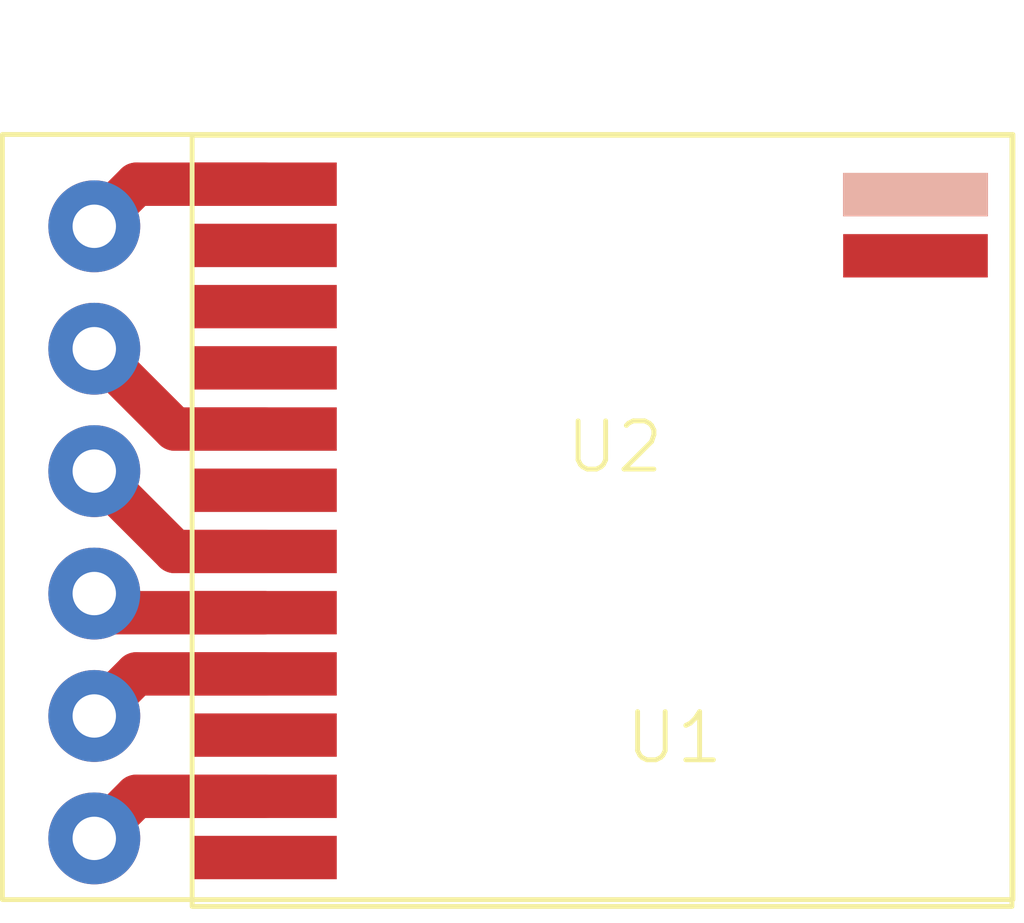
<source format=kicad_pcb>
(kicad_pcb (version 20241229) (generator "pcbnew") (generator_version "9.0")
  (layers (0 "F.Cu" signal) (2 "B.Cu" signal) (13 "F.Paste" user) (15 "B.Paste" user) (5 "F.SilkS" user "F.Silkscreen") (7 "B.SilkS" user "B.Silkscreen") (1 "F.Mask" user) (3 "B.Mask" user) (25 "Edge.Cuts" user))
  (net 0 "")
  (net 2 "Net-(U1-REST)")
  (net 4 "Net-(U2-GND)")
  (net 6 "Net-(U1-VCC)")
  (net 7 "Net-(U1-SCLK)")
  (net 8 "Net-(U1-NSS)")
  (net 9 "Net-(U1-MOSI)")
  (footprint "LORA:XL1278" (layer "F.Cu") (at 152.734 107.147)
    (property "Reference" "U1" (at 0 -0.5 0) (layer "F.SilkS") (effects (font (thickness 0.1))))
    (property "Value" "~")
    (fp_rect (start -10 -13) (end 7 3) (stroke (width 0.1)) (fill no) (layer "F.SilkS"))
    (pad "1" smd rect (at -8.5 -11.985) (size 3 0.9) (layers "F.Cu" "F.Mask" "F.Paste") (net 4 "Net-(U2-GND)"))
    (pad "2" smd rect (at -8.5 -10.715) (size 3 0.9) (layers "F.Cu" "F.Mask" "F.Paste"))
    (pad "3" smd rect (at -8.5 -9.445) (size 3 0.9) (layers "F.Cu" "F.Mask" "F.Paste"))
    (pad "4" smd rect (at -8.5 -8.175) (size 3 0.9) (layers "F.Cu" "F.Mask" "F.Paste"))
    (pad "5" smd rect (at -8.5 -6.905) (size 3 0.9) (layers "F.Cu" "F.Mask" "F.Paste") (net 6 "Net-(U1-VCC)"))
    (pad "6" smd rect (at -8.5 -5.635) (size 3 0.9) (layers "F.Cu" "F.Mask" "F.Paste"))
    (pad "7" smd rect (at -8.5 -4.365) (size 3 0.9) (layers "F.Cu" "F.Mask" "F.Paste") (net 9 "Net-(U1-MOSI)"))
    (pad "8" smd rect (at -8.5 -3.095) (size 3 0.9) (layers "F.Cu" "F.Mask" "F.Paste") (net 7 "Net-(U1-SCLK)"))
    (pad "9" smd rect (at -8.5 -1.825) (size 3 0.9) (layers "F.Cu" "F.Mask" "F.Paste") (net 8 "Net-(U1-NSS)"))
    (pad "10" smd rect (at -8.5 -0.555) (size 3 0.9) (layers "F.Cu" "F.Mask" "F.Paste"))
    (pad "11" smd rect (at -8.5 0.715) (size 3 0.9) (layers "F.Cu" "F.Mask" "F.Paste") (net 2 "Net-(U1-REST)"))
    (pad "12" smd rect (at -8.5 1.985) (size 3 0.9) (layers "F.Cu" "F.Mask" "F.Paste"))
    (pad "13" smd rect (at 5 -10.5) (size 3 0.9) (layers "F.Cu" "F.Mask" "F.Paste"))
    (pad "14" smd rect (at 5 -11.77) (size 3 0.9) (layers "F.Cu" "B.SilkS"))
  )
  (footprint "LORA:SHIELD XL1278" (layer "F.Cu") (at 159.755 91.59)
    (property "Reference" "U2" (at -8.255 9.025 0) (layer "F.SilkS") (effects (font (thickness 0.1))))
    (property "Value" "~")
    (fp_rect (start -20.955 2.54) (end 0 18.415) (stroke (width 0.1)) (fill no) (layer "F.SilkS"))
    (pad "1" thru_hole circle (at -19.05 4.445) (size 1.905 1.905) (drill 0.9) (layers "*.Cu" "*.Mask") (net 4 "Net-(U2-GND)"))
    (pad "5" thru_hole circle (at -19.05 6.985) (size 1.905 1.905) (drill 0.9) (layers "*.Cu" "*.Mask") (net 6 "Net-(U1-VCC)"))
    (pad "7" thru_hole circle (at -19.05 9.525) (size 1.905 1.905) (drill 0.9) (layers "*.Cu" "*.Mask") (net 9 "Net-(U1-MOSI)"))
    (pad "8" thru_hole circle (at -19.05 12.065) (size 1.905 1.905) (drill 0.9) (layers "*.Cu" "*.Mask") (net 7 "Net-(U1-SCLK)"))
    (pad "9" thru_hole circle (at -19.05 14.605) (size 1.905 1.905) (drill 0.9) (layers "*.Cu" "*.Mask") (net 8 "Net-(U1-NSS)"))
    (pad "11" thru_hole circle (at -19.05 17.145) (size 1.905 1.905) (drill 0.9) (layers "*.Cu" "*.Mask") (net 2 "Net-(U1-REST)"))
  )
  (segment (start 140.705 108.735) (end 141.578 107.862) (width 0.9) (layer "F.Cu") (net 2))
  (segment (start 141.578 107.862) (end 144.234 107.862) (width 0.9) (layer "F.Cu") (net 2))
  (segment (start 141.578 95.162) (end 144.234 95.162) (width 0.9) (layer "F.Cu") (net 4))
  (segment (start 140.705 96.035) (end 141.578 95.162) (width 0.9) (layer "F.Cu") (net 4))
  (segment (start 140.705 98.575) (end 142.372 100.242) (width 0.9) (layer "F.Cu") (net 6))
  (segment (start 142.372 100.242) (end 144.234 100.242) (width 0.9) (layer "F.Cu") (net 6))
  (segment (start 141.102 104.052) (end 144.234 104.052) (width 0.9) (layer "F.Cu") (net 7))
  (segment (start 140.705 103.655) (end 141.102 104.052) (width 0.9) (layer "F.Cu") (net 7))
  (segment (start 141.578 105.322) (end 144.234 105.322) (width 0.9) (layer "F.Cu") (net 8))
  (segment (start 140.705 106.195) (end 141.578 105.322) (width 0.9) (layer "F.Cu") (net 8))
  (segment (start 140.705 101.115) (end 142.372 102.782) (width 0.9) (layer "F.Cu") (net 9))
  (segment (start 142.372 102.782) (end 144.234 102.782) (width 0.9) (layer "F.Cu") (net 9))
)
</source>
